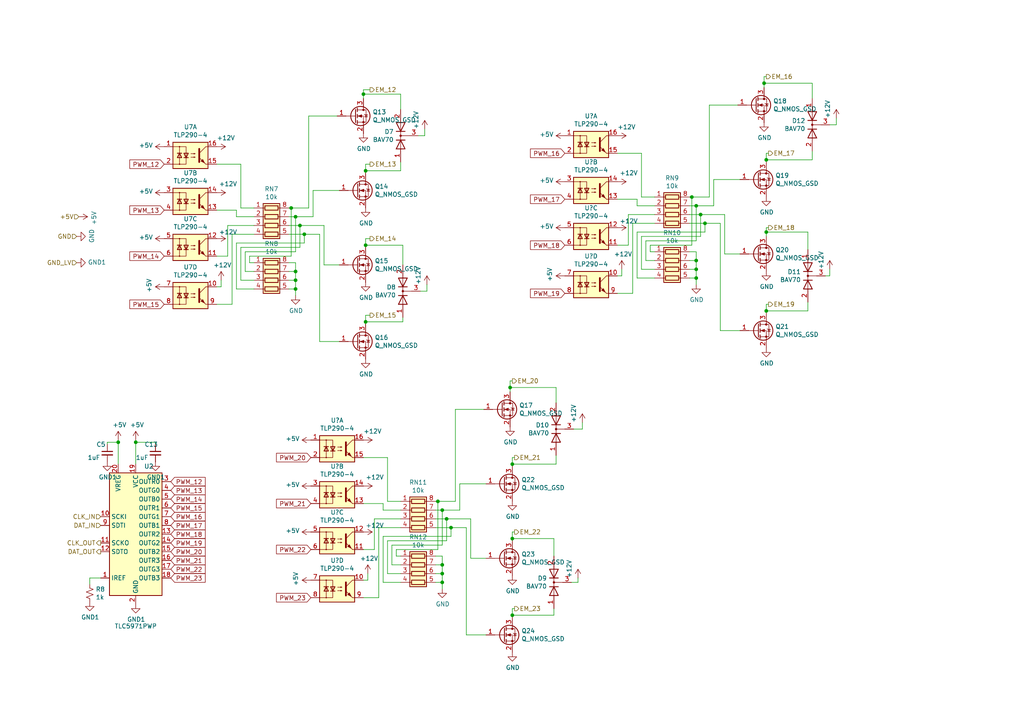
<source format=kicad_sch>
(kicad_sch (version 20230121) (generator eeschema)
  (paper "A4")
  (lib_symbols
    (symbol "Device:C_Small" (pin_numbers hide) (pin_names (offset 0.254) hide)
      (property "Reference" "C" (at 0.254 1.778 0))
      (property "Value" "C_Small" (at 0.254 -2.032 0))
      (symbol "C_Small_1_1"
        (pin passive line (at 0 2.54 270) (length 2.032) (name "~") (number "1"))
        (pin passive line (at 0 -2.54 90) (length 2.032) (name "~") (number "2"))
      )
    )
    (symbol "Device:Q_NMOS_GSD" (pin_names (offset 0) hide)
      (property "Reference" "Q" (at 5.08 1.27 0))
      (property "Value" "Q_NMOS_GSD" (at 5.08 -1.27 0))
      (symbol "Q_NMOS_GSD_1_1"
        (pin input line (at -5.08 0 0) (length 2.54) (name "G") (number "1"))
        (pin passive line (at 2.54 -5.08 90) (length 2.54) (name "S") (number "2"))
        (pin passive line (at 2.54 5.08 270) (length 2.54) (name "D") (number "3"))
      )
    )
    (symbol "Device:R_Pack04" (pin_names (offset 0) hide)
      (property "Reference" "RN" (at -7.62 0 90))
      (property "Value" "R_Pack04" (at 5.08 0 90))
      (symbol "R_Pack04_1_1"
        (pin passive line (at -5.08 -5.08 90) (length 2.54) (name "R1.1") (number "1"))
        (pin passive line (at -2.54 -5.08 90) (length 2.54) (name "R2.1") (number "2"))
        (pin passive line (at 0 -5.08 90) (length 2.54) (name "R3.1") (number "3"))
        (pin passive line (at 2.54 -5.08 90) (length 2.54) (name "R4.1") (number "4"))
        (pin passive line (at 2.54 5.08 270) (length 2.54) (name "R4.2") (number "5"))
        (pin passive line (at 0 5.08 270) (length 2.54) (name "R3.2") (number "6"))
        (pin passive line (at -2.54 5.08 270) (length 2.54) (name "R2.2") (number "7"))
        (pin passive line (at -5.08 5.08 270) (length 2.54) (name "R1.2") (number "8"))
      )
    )
    (symbol "Device:R_Small_US" (pin_numbers hide) (pin_names (offset 0.254) hide)
      (property "Reference" "R" (at 0.762 0.508 0))
      (property "Value" "R_Small_US" (at 0.762 -1.016 0))
      (symbol "R_Small_US_1_1"
        (pin passive line (at 0 2.54 270) (length 1.016) (name "~") (number "1"))
        (pin passive line (at 0 -2.54 90) (length 1.016) (name "~") (number "2"))
      )
    )
    (symbol "Diode:BAV70" (pin_names hide)
      (property "Reference" "D" (at 0.635 -2.54 0))
      (property "Value" "BAV70" (at 0 2.54 0))
      (symbol "BAV70_0_1"
        (pin passive line (at -7.62 0 0) (length 3.81) (name "A") (number "1"))
        (pin passive line (at 7.62 0 180) (length 3.81) (name "A") (number "2"))
        (pin passive line (at 0 -5.08 90) (length 2.54) (name "K") (number "3"))
      )
    )
    (symbol "Driver_LED:TLC5971PWP"
      (property "Reference" "U" (at 1.27 19.05 0))
      (property "Value" "TLC5971PWP" (at 1.27 -19.05 0))
      (symbol "TLC5971PWP_0_1"
        (pin input line (at -10.16 5.08 0) (length 2.54) (name "SCKI") (number "10"))
        (pin open_collector line (at 10.16 0 180) (length 2.54) (name "OUTR2") (number "13"))
        (pin open_collector line (at 10.16 -2.54 180) (length 2.54) (name "OUTG2") (number "14"))
        (pin open_collector line (at 10.16 -5.08 180) (length 2.54) (name "OUTB2") (number "15"))
        (pin open_collector line (at 10.16 -7.62 180) (length 2.54) (name "OUTR3") (number "16"))
        (pin open_collector line (at 10.16 -10.16 180) (length 2.54) (name "OUTG3") (number "17"))
        (pin open_collector line (at 10.16 -12.7 180) (length 2.54) (name "OUTB3") (number "18"))
        (pin power_in line (at 0 20.32 270) (length 2.54) (name "VCC") (number "19"))
        (pin power_in line (at 0 -20.32 90) (length 2.54) (name "GND") (number "2"))
        (pin passive line (at -5.08 20.32 270) (length 2.54) (name "VREG") (number "20"))
        (pin passive line (at 0 -20.32 90) (length 2.54) hide (name "GND") (number "21"))
        (pin open_collector line (at 10.16 15.24 180) (length 2.54) (name "OUTR0") (number "3"))
        (pin open_collector line (at 10.16 12.7 180) (length 2.54) (name "OUTG0") (number "4"))
        (pin open_collector line (at 10.16 10.16 180) (length 2.54) (name "OUTB0") (number "5"))
        (pin open_collector line (at 10.16 7.62 180) (length 2.54) (name "OUTR1") (number "6"))
        (pin open_collector line (at 10.16 5.08 180) (length 2.54) (name "OUTG1") (number "7"))
        (pin open_collector line (at 10.16 2.54 180) (length 2.54) (name "OUTB1") (number "8"))
        (pin input line (at -10.16 2.54 0) (length 2.54) (name "SDTI") (number "9"))
      )
      (symbol "TLC5971PWP_1_1"
        (pin passive line (at -10.16 -12.7 0) (length 2.54) (name "IREF") (number "1"))
        (pin output line (at -10.16 -2.54 0) (length 2.54) (name "SCKO") (number "11"))
        (pin output line (at -10.16 -5.08 0) (length 2.54) (name "SDTO") (number "12"))
      )
    )
    (symbol "Isolator:TLP290-4" (pin_names (offset 1.016))
      (property "Reference" "U" (at -5.08 5.08 0))
      (property "Value" "TLP290-4" (at 0 5.08 0))
      (symbol "TLP290-4_1_1"
        (pin passive line (at -7.62 2.54 0) (length 2.54) (name "~") (number "1"))
        (pin passive line (at 7.62 -2.54 180) (length 2.54) (name "~") (number "15"))
        (pin passive line (at 7.62 2.54 180) (length 2.54) (name "~") (number "16"))
        (pin passive line (at -7.62 -2.54 0) (length 2.54) (name "~") (number "2"))
      )
      (symbol "TLP290-4_2_1"
        (pin passive line (at 7.62 -2.54 180) (length 2.54) (name "~") (number "13"))
        (pin passive line (at 7.62 2.54 180) (length 2.54) (name "~") (number "14"))
        (pin passive line (at -7.62 2.54 0) (length 2.54) (name "~") (number "3"))
        (pin passive line (at -7.62 -2.54 0) (length 2.54) (name "~") (number "4"))
      )
      (symbol "TLP290-4_3_1"
        (pin passive line (at 7.62 -2.54 180) (length 2.54) (name "~") (number "11"))
        (pin passive line (at 7.62 2.54 180) (length 2.54) (name "~") (number "12"))
        (pin passive line (at -7.62 2.54 0) (length 2.54) (name "~") (number "5"))
        (pin passive line (at -7.62 -2.54 0) (length 2.54) (name "~") (number "6"))
      )
      (symbol "TLP290-4_4_1"
        (pin passive line (at 7.62 2.54 180) (length 2.54) (name "~") (number "10"))
        (pin passive line (at -7.62 2.54 0) (length 2.54) (name "~") (number "7"))
        (pin passive line (at -7.62 -2.54 0) (length 2.54) (name "~") (number "8"))
        (pin passive line (at 7.62 -2.54 180) (length 2.54) (name "~") (number "9"))
      )
    )
    (symbol "power:+12V" (power) (pin_names (offset 0))
      (property "Value" "+12V" (at 0 3.556 0))
      (symbol "+12V_1_1"
        (pin power_in line (at 0 0 90) (length 0) hide (name "+12V") (number "1"))
      )
    )
    (symbol "power:+5V" (power) (pin_names (offset 0))
      (property "Value" "+5V" (at 0 3.556 0))
      (symbol "+5V_1_1"
        (pin power_in line (at 0 0 90) (length 0) hide (name "+5V") (number "1"))
      )
    )
    (symbol "power:GND" (power) (pin_names (offset 0))
      (property "Value" "GND" (at 0 -3.81 0))
      (symbol "GND_1_1"
        (pin power_in line (at 0 0 270) (length 0) hide (name "GND") (number "1"))
      )
    )
    (symbol "power:GND1" (power) (pin_names (offset 0))
      (property "Value" "GND1" (at 0 -3.81 0))
      (symbol "GND1_1_1"
        (pin power_in line (at 0 0 270) (length 0) hide (name "GND1") (number "1"))
      )
    )
  )
  (junction (at 128.27 147.955))
  (junction (at 204.47 64.77))
  (junction (at 148.59 178.435))
  (junction (at 84.455 60.325))
  (junction (at 201.93 75.565))
  (junction (at 85.725 78.74))
  (junction (at 129.54 150.495))
  (junction (at 130.81 153.035))
  (junction (at 106.045 71.12))
  (junction (at 34.29 128.27))
  (junction (at 200.66 57.15))
  (junction (at 201.93 59.69))
  (junction (at 203.2 62.23))
  (junction (at 201.93 78.105))
  (junction (at 222.25 46.355))
  (junction (at 106.045 49.53))
  (junction (at 221.615 24.13))
  (junction (at 88.265 67.945))
  (junction (at 222.25 67.31))
  (junction (at 147.955 112.395))
  (junction (at 201.93 80.645))
  (junction (at 148.59 134.62))
  (junction (at 85.725 83.82))
  (junction (at 222.25 90.17))
  (junction (at 128.27 166.37))
  (junction (at 85.725 62.865))
  (junction (at 127 145.415))
  (junction (at 39.37 128.27))
  (junction (at 128.27 163.83))
  (junction (at 86.995 65.405))
  (junction (at 85.725 81.28))
  (junction (at 128.27 168.91))
  (junction (at 148.59 156.21))
  (junction (at 106.045 93.345))
  (junction (at 105.41 27.305))
  (wire (pts (xy 106.045 93.345) (xy 116.84 93.345)))
  (wire (pts (xy 147.955 112.395) (xy 161.29 112.395)))
  (wire (pts (xy 165.735 168.91) (xy 167.64 168.91)))
  (wire (pts (xy 108.585 150.495) (xy 116.205 150.495)))
  (wire (pts (xy 130.81 155.575) (xy 111.125 155.575)))
  (wire (pts (xy 113.665 158.115) (xy 113.665 163.83)))
  (wire (pts (xy 98.425 55.245) (xy 90.805 55.245)))
  (wire (pts (xy 148.59 110.49) (xy 147.955 110.49)))
  (wire (pts (xy 85.725 62.865) (xy 83.82 62.865)))
  (wire (pts (xy 186.055 78.105) (xy 189.865 78.105)))
  (wire (pts (xy 83.82 78.74) (xy 85.725 78.74)))
  (wire (pts (xy 234.315 67.31) (xy 234.315 72.39)))
  (wire (pts (xy 133.35 147.955) (xy 128.27 147.955)))
  (wire (pts (xy 148.59 156.21) (xy 148.59 156.845)))
  (wire (pts (xy 167.64 168.91) (xy 167.64 167.64)))
  (wire (pts (xy 116.205 153.035) (xy 109.855 153.035)))
  (wire (pts (xy 34.29 127.635) (xy 34.29 128.27)))
  (wire (pts (xy 121.285 39.37) (xy 123.19 39.37)))
  (wire (pts (xy 97.79 33.655) (xy 89.535 33.655)))
  (wire (pts (xy 200.025 62.23) (xy 203.2 62.23)))
  (wire (pts (xy 106.045 49.53) (xy 116.205 49.53)))
  (wire (pts (xy 116.205 161.29) (xy 114.935 161.29)))
  (wire (pts (xy 136.525 161.925) (xy 140.97 161.925)))
  (wire (pts (xy 98.425 99.06) (xy 92.71 99.06)))
  (wire (pts (xy 201.93 59.69) (xy 200.025 59.69)))
  (wire (pts (xy 183.515 85.09) (xy 179.07 85.09)))
  (wire (pts (xy 213.995 30.48) (xy 205.74 30.48)))
  (wire (pts (xy 105.41 27.305) (xy 116.205 27.305)))
  (wire (pts (xy 128.27 147.955) (xy 126.365 147.955)))
  (wire (pts (xy 214.63 52.07) (xy 207.01 52.07)))
  (wire (pts (xy 135.255 153.035) (xy 130.81 153.035)))
  (wire (pts (xy 200.025 80.645) (xy 201.93 80.645)))
  (wire (pts (xy 200.66 57.15) (xy 200.025 57.15)))
  (wire (pts (xy 105.41 159.385) (xy 108.585 159.385)))
  (wire (pts (xy 106.045 71.12) (xy 106.045 71.755)))
  (wire (pts (xy 147.955 110.49) (xy 147.955 112.395)))
  (wire (pts (xy 160.655 178.435) (xy 160.655 176.53)))
  (wire (pts (xy 189.865 64.77) (xy 183.515 64.77)))
  (wire (pts (xy 39.37 128.27) (xy 39.37 134.62)))
  (wire (pts (xy 240.665 80.01) (xy 240.665 78.105)))
  (wire (pts (xy 109.855 153.035) (xy 109.855 173.355)))
  (wire (pts (xy 148.59 178.435) (xy 160.655 178.435)))
  (wire (pts (xy 84.455 74.295) (xy 84.455 60.325)))
  (wire (pts (xy 83.82 83.82) (xy 85.725 83.82)))
  (wire (pts (xy 201.93 69.85) (xy 187.325 69.85)))
  (wire (pts (xy 129.54 150.495) (xy 129.54 156.845)))
  (wire (pts (xy 105.41 27.305) (xy 105.41 28.575)))
  (wire (pts (xy 179.07 80.01) (xy 180.34 80.01)))
  (wire (pts (xy 116.205 147.955) (xy 111.125 147.955)))
  (wire (pts (xy 186.055 44.45) (xy 179.07 44.45)))
  (wire (pts (xy 148.59 156.21) (xy 160.655 156.21)))
  (wire (pts (xy 201.93 80.645) (xy 201.93 82.55)))
  (wire (pts (xy 133.35 140.335) (xy 133.35 147.955)))
  (wire (pts (xy 128.27 147.955) (xy 128.27 158.115)))
  (wire (pts (xy 107.315 26.035) (xy 105.41 26.035)))
  (wire (pts (xy 222.25 44.45) (xy 222.25 46.355)))
  (wire (pts (xy 136.525 150.495) (xy 136.525 161.925)))
  (wire (pts (xy 189.865 57.15) (xy 186.055 57.15)))
  (wire (pts (xy 83.82 81.28) (xy 85.725 81.28)))
  (wire (pts (xy 85.725 62.865) (xy 85.725 73.025)))
  (wire (pts (xy 221.615 22.225) (xy 221.615 24.13)))
  (wire (pts (xy 221.615 24.13) (xy 235.585 24.13)))
  (wire (pts (xy 129.54 150.495) (xy 136.525 150.495)))
  (wire (pts (xy 112.395 166.37) (xy 116.205 166.37)))
  (wire (pts (xy 85.725 73.025) (xy 71.12 73.025)))
  (wire (pts (xy 221.615 24.13) (xy 221.615 25.4)))
  (wire (pts (xy 132.08 118.745) (xy 132.08 145.415)))
  (wire (pts (xy 72.39 76.2) (xy 72.39 74.295)))
  (wire (pts (xy 208.915 95.885) (xy 208.915 64.77)))
  (wire (pts (xy 69.85 47.625) (xy 62.865 47.625)))
  (wire (pts (xy 73.66 60.325) (xy 69.85 60.325)))
  (wire (pts (xy 106.045 47.625) (xy 106.045 49.53)))
  (wire (pts (xy 71.12 78.74) (xy 73.66 78.74)))
  (wire (pts (xy 140.97 140.335) (xy 133.35 140.335)))
  (wire (pts (xy 126.365 163.83) (xy 128.27 163.83)))
  (wire (pts (xy 68.58 83.82) (xy 73.66 83.82)))
  (wire (pts (xy 67.31 67.945) (xy 67.31 88.265)))
  (wire (pts (xy 92.71 67.945) (xy 88.265 67.945)))
  (wire (pts (xy 88.265 70.485) (xy 68.58 70.485)))
  (wire (pts (xy 111.125 168.91) (xy 116.205 168.91)))
  (wire (pts (xy 34.29 128.27) (xy 31.115 128.27)))
  (wire (pts (xy 73.66 76.2) (xy 72.39 76.2)))
  (wire (pts (xy 66.04 65.405) (xy 73.66 65.405)))
  (wire (pts (xy 148.59 132.715) (xy 148.59 134.62)))
  (wire (pts (xy 189.865 59.69) (xy 184.785 59.69)))
  (wire (pts (xy 214.63 95.885) (xy 208.915 95.885)))
  (wire (pts (xy 73.66 67.945) (xy 67.31 67.945)))
  (wire (pts (xy 45.085 128.27) (xy 45.085 128.905)))
  (wire (pts (xy 149.225 132.715) (xy 148.59 132.715)))
  (wire (pts (xy 148.59 176.53) (xy 148.59 178.435)))
  (wire (pts (xy 114.935 159.385) (xy 127 159.385)))
  (wire (pts (xy 128.27 166.37) (xy 128.27 168.91)))
  (wire (pts (xy 83.82 76.2) (xy 85.725 76.2)))
  (wire (pts (xy 184.785 59.69) (xy 184.785 57.785)))
  (wire (pts (xy 239.395 80.01) (xy 240.665 80.01)))
  (wire (pts (xy 128.27 158.115) (xy 113.665 158.115)))
  (wire (pts (xy 89.535 33.655) (xy 89.535 60.325)))
  (wire (pts (xy 130.81 153.035) (xy 130.81 155.575)))
  (wire (pts (xy 92.71 99.06) (xy 92.71 67.945)))
  (wire (pts (xy 148.59 178.435) (xy 148.59 179.07)))
  (wire (pts (xy 84.455 60.325) (xy 83.82 60.325)))
  (wire (pts (xy 184.785 57.785) (xy 179.07 57.785)))
  (wire (pts (xy 106.045 91.44) (xy 106.045 93.345)))
  (wire (pts (xy 86.995 65.405) (xy 86.995 71.755)))
  (wire (pts (xy 106.045 93.345) (xy 106.045 93.98)))
  (wire (pts (xy 189.865 73.025) (xy 188.595 73.025)))
  (wire (pts (xy 85.725 78.74) (xy 85.725 81.28)))
  (wire (pts (xy 149.225 154.305) (xy 148.59 154.305)))
  (wire (pts (xy 116.205 145.415) (xy 112.395 145.415)))
  (wire (pts (xy 111.125 155.575) (xy 111.125 168.91)))
  (wire (pts (xy 210.185 73.66) (xy 214.63 73.66)))
  (wire (pts (xy 111.125 146.05) (xy 105.41 146.05)))
  (wire (pts (xy 112.395 145.415) (xy 112.395 132.715)))
  (wire (pts (xy 207.01 52.07) (xy 207.01 59.69)))
  (wire (pts (xy 31.115 128.27) (xy 31.115 128.905)))
  (wire (pts (xy 200.66 71.12) (xy 200.66 57.15)))
  (wire (pts (xy 184.785 67.31) (xy 184.785 80.645)))
  (wire (pts (xy 203.2 62.23) (xy 210.185 62.23)))
  (wire (pts (xy 108.585 159.385) (xy 108.585 150.495)))
  (wire (pts (xy 67.31 88.265) (xy 62.865 88.265)))
  (wire (pts (xy 222.25 67.31) (xy 234.315 67.31)))
  (wire (pts (xy 116.84 71.12) (xy 116.84 76.835)))
  (wire (pts (xy 116.205 27.305) (xy 116.205 31.75)))
  (wire (pts (xy 168.91 124.46) (xy 168.91 122.555)))
  (wire (pts (xy 234.315 90.17) (xy 234.315 87.63)))
  (wire (pts (xy 86.995 65.405) (xy 93.98 65.405)))
  (wire (pts (xy 68.58 62.865) (xy 68.58 60.96)))
  (wire (pts (xy 235.585 24.13) (xy 235.585 28.575)))
  (wire (pts (xy 69.85 71.755) (xy 69.85 81.28)))
  (wire (pts (xy 203.2 68.58) (xy 186.055 68.58)))
  (wire (pts (xy 109.855 173.355) (xy 105.41 173.355)))
  (wire (pts (xy 106.045 71.12) (xy 116.84 71.12)))
  (wire (pts (xy 69.85 60.325) (xy 69.85 47.625)))
  (wire (pts (xy 222.885 44.45) (xy 222.25 44.45)))
  (wire (pts (xy 222.25 90.17) (xy 234.315 90.17)))
  (wire (pts (xy 187.325 75.565) (xy 189.865 75.565)))
  (wire (pts (xy 140.97 184.15) (xy 135.255 184.15)))
  (wire (pts (xy 39.37 128.27) (xy 45.085 128.27)))
  (wire (pts (xy 179.07 71.12) (xy 182.245 71.12)))
  (wire (pts (xy 126.365 168.91) (xy 128.27 168.91)))
  (wire (pts (xy 148.59 134.62) (xy 161.29 134.62)))
  (wire (pts (xy 200.025 73.025) (xy 201.93 73.025)))
  (wire (pts (xy 129.54 156.845) (xy 112.395 156.845)))
  (wire (pts (xy 107.315 69.215) (xy 106.045 69.215)))
  (wire (pts (xy 148.59 134.62) (xy 148.59 135.255)))
  (wire (pts (xy 88.265 67.945) (xy 83.82 67.945)))
  (wire (pts (xy 132.08 145.415) (xy 127 145.415)))
  (wire (pts (xy 68.58 70.485) (xy 68.58 83.82)))
  (wire (pts (xy 148.59 154.305) (xy 148.59 156.21)))
  (wire (pts (xy 240.665 36.195) (xy 242.57 36.195)))
  (wire (pts (xy 205.74 57.15) (xy 200.66 57.15)))
  (wire (pts (xy 222.25 67.31) (xy 222.25 68.58)))
  (wire (pts (xy 93.98 76.835) (xy 98.425 76.835)))
  (wire (pts (xy 127 159.385) (xy 127 145.415)))
  (wire (pts (xy 123.19 39.37) (xy 123.19 37.465)))
  (wire (pts (xy 242.57 36.195) (xy 242.57 34.29)))
  (wire (pts (xy 203.2 62.23) (xy 203.2 68.58)))
  (wire (pts (xy 222.25 88.265) (xy 222.25 90.17)))
  (wire (pts (xy 201.93 75.565) (xy 201.93 78.105)))
  (wire (pts (xy 114.935 161.29) (xy 114.935 159.385)))
  (wire (pts (xy 72.39 74.295) (xy 84.455 74.295)))
  (wire (pts (xy 201.93 78.105) (xy 201.93 80.645)))
  (wire (pts (xy 112.395 132.715) (xy 105.41 132.715)))
  (wire (pts (xy 205.74 30.48) (xy 205.74 57.15)))
  (wire (pts (xy 85.725 83.82) (xy 85.725 85.725)))
  (wire (pts (xy 107.315 91.44) (xy 106.045 91.44)))
  (wire (pts (xy 34.29 128.27) (xy 34.29 134.62)))
  (wire (pts (xy 68.58 60.96) (xy 62.865 60.96)))
  (wire (pts (xy 126.365 166.37) (xy 128.27 166.37)))
  (wire (pts (xy 222.25 22.225) (xy 221.615 22.225)))
  (wire (pts (xy 160.655 156.21) (xy 160.655 161.29)))
  (wire (pts (xy 135.255 184.15) (xy 135.255 153.035)))
  (wire (pts (xy 183.515 64.77) (xy 183.515 85.09)))
  (wire (pts (xy 161.29 112.395) (xy 161.29 116.84)))
  (wire (pts (xy 188.595 71.12) (xy 200.66 71.12)))
  (wire (pts (xy 201.93 73.025) (xy 201.93 75.565)))
  (wire (pts (xy 111.125 147.955) (xy 111.125 146.05)))
  (wire (pts (xy 106.045 49.53) (xy 106.045 50.165)))
  (wire (pts (xy 116.84 93.345) (xy 116.84 92.075)))
  (wire (pts (xy 127 145.415) (xy 126.365 145.415)))
  (wire (pts (xy 128.27 161.29) (xy 128.27 163.83)))
  (wire (pts (xy 89.535 60.325) (xy 84.455 60.325)))
  (wire (pts (xy 128.27 163.83) (xy 128.27 166.37)))
  (wire (pts (xy 180.34 80.01) (xy 180.34 78.105)))
  (wire (pts (xy 207.01 59.69) (xy 201.93 59.69)))
  (wire (pts (xy 188.595 73.025) (xy 188.595 71.12)))
  (wire (pts (xy 186.055 68.58) (xy 186.055 78.105)))
  (wire (pts (xy 90.805 62.865) (xy 85.725 62.865)))
  (wire (pts (xy 166.37 124.46) (xy 168.91 124.46)))
  (wire (pts (xy 62.865 83.185) (xy 64.135 83.185)))
  (wire (pts (xy 201.93 59.69) (xy 201.93 69.85)))
  (wire (pts (xy 184.785 80.645) (xy 189.865 80.645)))
  (wire (pts (xy 204.47 64.77) (xy 200.025 64.77)))
  (wire (pts (xy 222.25 46.355) (xy 222.25 46.99)))
  (wire (pts (xy 222.885 66.04) (xy 222.25 66.04)))
  (wire (pts (xy 187.325 69.85) (xy 187.325 75.565)))
  (wire (pts (xy 130.81 153.035) (xy 126.365 153.035)))
  (wire (pts (xy 126.365 161.29) (xy 128.27 161.29)))
  (wire (pts (xy 90.805 55.245) (xy 90.805 62.865)))
  (wire (pts (xy 69.85 81.28) (xy 73.66 81.28)))
  (wire (pts (xy 71.12 73.025) (xy 71.12 78.74)))
  (wire (pts (xy 147.955 112.395) (xy 147.955 113.665)))
  (wire (pts (xy 182.245 62.23) (xy 189.865 62.23)))
  (wire (pts (xy 123.825 84.455) (xy 123.825 82.55)))
  (wire (pts (xy 88.265 67.945) (xy 88.265 70.485)))
  (wire (pts (xy 204.47 67.31) (xy 184.785 67.31)))
  (wire (pts (xy 222.25 66.04) (xy 222.25 67.31)))
  (wire (pts (xy 105.41 26.035) (xy 105.41 27.305)))
  (wire (pts (xy 93.98 65.405) (xy 93.98 76.835)))
  (wire (pts (xy 208.915 64.77) (xy 204.47 64.77)))
  (wire (pts (xy 64.135 83.185) (xy 64.135 81.28)))
  (wire (pts (xy 200.025 75.565) (xy 201.93 75.565)))
  (wire (pts (xy 85.725 81.28) (xy 85.725 83.82)))
  (wire (pts (xy 106.045 69.215) (xy 106.045 71.12)))
  (wire (pts (xy 222.25 46.355) (xy 235.585 46.355)))
  (wire (pts (xy 121.92 84.455) (xy 123.825 84.455)))
  (wire (pts (xy 85.725 76.2) (xy 85.725 78.74)))
  (wire (pts (xy 222.25 90.17) (xy 222.25 90.805)))
  (wire (pts (xy 66.04 74.295) (xy 66.04 65.405)))
  (wire (pts (xy 200.025 78.105) (xy 201.93 78.105)))
  (wire (pts (xy 73.66 62.865) (xy 68.58 62.865)))
  (wire (pts (xy 39.37 127.635) (xy 39.37 128.27)))
  (wire (pts (xy 62.865 74.295) (xy 66.04 74.295)))
  (wire (pts (xy 140.335 118.745) (xy 132.08 118.745)))
  (wire (pts (xy 182.245 71.12) (xy 182.245 62.23)))
  (wire (pts (xy 149.225 176.53) (xy 148.59 176.53)))
  (wire (pts (xy 26.035 167.64) (xy 26.035 169.545)))
  (wire (pts (xy 128.27 168.91) (xy 128.27 170.815)))
  (wire (pts (xy 222.885 88.265) (xy 222.25 88.265)))
  (wire (pts (xy 106.68 168.275) (xy 106.68 166.37)))
  (wire (pts (xy 86.995 71.755) (xy 69.85 71.755)))
  (wire (pts (xy 210.185 62.23) (xy 210.185 73.66)))
  (wire (pts (xy 113.665 163.83) (xy 116.205 163.83)))
  (wire (pts (xy 204.47 64.77) (xy 204.47 67.31)))
  (wire (pts (xy 186.055 57.15) (xy 186.055 44.45)))
  (wire (pts (xy 83.82 65.405) (xy 86.995 65.405)))
  (wire (pts (xy 126.365 150.495) (xy 129.54 150.495)))
  (wire (pts (xy 105.41 168.275) (xy 106.68 168.275)))
  (wire (pts (xy 161.29 134.62) (xy 161.29 132.08)))
  (wire (pts (xy 29.21 167.64) (xy 26.035 167.64)))
  (wire (pts (xy 112.395 156.845) (xy 112.395 166.37)))
  (wire (pts (xy 107.315 47.625) (xy 106.045 47.625)))
  (wire (pts (xy 235.585 46.355) (xy 235.585 43.815)))
  (wire (pts (xy 116.205 49.53) (xy 116.205 46.99)))
  (global_label "PWM_18" (shape input) (at 163.83 71.12 180) (property "Intersheetrefs" "${INTERSHEET_REFS}" (effects hide)))
  (global_label "PWM_21" (shape input) (at 49.53 162.56 0) (property "Intersheetrefs" "${INTERSHEET_REFS}" (effects hide)))
  (global_label "PWM_18" (shape input) (at 49.53 154.94 0) (property "Intersheetrefs" "${INTERSHEET_REFS}" (effects hide)))
  (global_label "PWM_14" (shape input) (at 49.53 144.78 0) (property "Intersheetrefs" "${INTERSHEET_REFS}" (effects hide)))
  (global_label "PWM_15" (shape input) (at 49.53 147.32 0) (property "Intersheetrefs" "${INTERSHEET_REFS}" (effects hide)))
  (global_label "PWM_16" (shape input) (at 163.83 44.45 180) (property "Intersheetrefs" "${INTERSHEET_REFS}" (effects hide)))
  (global_label "PWM_21" (shape input) (at 90.17 146.05 180) (property "Intersheetrefs" "${INTERSHEET_REFS}" (effects hide)))
  (global_label "PWM_20" (shape input) (at 49.53 160.02 0) (property "Intersheetrefs" "${INTERSHEET_REFS}" (effects hide)))
  (global_label "PWM_15" (shape input) (at 47.625 88.265 180) (property "Intersheetrefs" "${INTERSHEET_REFS}" (effects hide)))
  (global_label "PWM_13" (shape input) (at 47.625 60.96 180) (property "Intersheetrefs" "${INTERSHEET_REFS}" (effects hide)))
  (global_label "PWM_12" (shape input) (at 49.53 139.7 0) (property "Intersheetrefs" "${INTERSHEET_REFS}" (effects hide)))
  (global_label "PWM_22" (shape input) (at 90.17 159.385 180) (property "Intersheetrefs" "${INTERSHEET_REFS}" (effects hide)))
  (global_label "PWM_17" (shape input) (at 163.83 57.785 180) (property "Intersheetrefs" "${INTERSHEET_REFS}" (effects hide)))
  (global_label "PWM_12" (shape input) (at 47.625 47.625 180) (property "Intersheetrefs" "${INTERSHEET_REFS}" (effects hide)))
  (global_label "PWM_23" (shape input) (at 49.53 167.64 0) (property "Intersheetrefs" "${INTERSHEET_REFS}" (effects hide)))
  (global_label "PWM_22" (shape input) (at 49.53 165.1 0) (property "Intersheetrefs" "${INTERSHEET_REFS}" (effects hide)))
  (global_label "PWM_20" (shape input) (at 90.17 132.715 180) (property "Intersheetrefs" "${INTERSHEET_REFS}" (effects hide)))
  (global_label "PWM_19" (shape input) (at 49.53 157.48 0) (property "Intersheetrefs" "${INTERSHEET_REFS}" (effects hide)))
  (global_label "PWM_17" (shape input) (at 49.53 152.4 0) (property "Intersheetrefs" "${INTERSHEET_REFS}" (effects hide)))
  (global_label "PWM_19" (shape input) (at 163.83 85.09 180) (property "Intersheetrefs" "${INTERSHEET_REFS}" (effects hide)))
  (global_label "PWM_16" (shape input) (at 49.53 149.86 0) (property "Intersheetrefs" "${INTERSHEET_REFS}" (effects hide)))
  (global_label "PWM_13" (shape input) (at 49.53 142.24 0) (property "Intersheetrefs" "${INTERSHEET_REFS}" (effects hide)))
  (global_label "PWM_14" (shape input) (at 47.625 74.295 180) (property "Intersheetrefs" "${INTERSHEET_REFS}" (effects hide)))
  (global_label "PWM_23" (shape input) (at 90.17 173.355 180) (property "Intersheetrefs" "${INTERSHEET_REFS}" (effects hide)))
  (hierarchical_label "EM_12" (shape output) (at 107.315 26.035 0))
  (hierarchical_label "EM_14" (shape output) (at 107.315 69.215 0))
  (hierarchical_label "GND" (shape input) (at 22.225 68.58 180))
  (hierarchical_label "EM_16" (shape output) (at 222.25 22.225 0))
  (hierarchical_label "EM_13" (shape output) (at 107.315 47.625 0))
  (hierarchical_label "EM_17" (shape output) (at 222.885 44.45 0))
  (hierarchical_label "CLK_OUT" (shape output) (at 29.21 157.48 180))
  (hierarchical_label "GND_LV" (shape input) (at 22.225 76.2 180))
  (hierarchical_label "DAT_IN" (shape input) (at 29.21 152.4 180))
  (hierarchical_label "EM_19" (shape output) (at 222.885 88.265 0))
  (hierarchical_label "+5V" (shape input) (at 22.86 62.865 180))
  (hierarchical_label "EM_23" (shape output) (at 149.225 176.53 0))
  (hierarchical_label "EM_22" (shape output) (at 149.225 154.305 0))
  (hierarchical_label "EM_21" (shape output) (at 149.225 132.715 0))
  (hierarchical_label "CLK_IN" (shape input) (at 29.21 149.86 180))
  (hierarchical_label "EM_18" (shape output) (at 222.885 66.04 0))
  (hierarchical_label "DAT_OUT" (shape output) (at 29.21 160.02 180))
  (hierarchical_label "EM_20" (shape output) (at 148.59 110.49 0))
  (hierarchical_label "EM_15" (shape output) (at 107.315 91.44 0))
  (symbol (lib_id "Isolator:TLP290-4") (at 55.245 45.085 0) (unit 1)
    (property "Reference" "U7" (at 55.245 36.83 0))
    (property "Value" "TLP290-4" (at 55.245 39.1414 0))
    (property "Footprint" "Housings_SSOP:SOP-16_4.4x10.4mm_Pitch1.27mm" (effects hide))
    (property "Datasheet" "https://toshiba.semicon-storage.com/info/docget.jsp?did=12855&prodName=TLP290-4" (effects hide))
    (property "LCSC" "C115451" (effects hide))
    (instances (project "ElectromagnetController_V5" (path "" (reference "U7") (unit 1)) (path "" (reference "U?") (unit 2)) (path "" (reference "U5") (unit 1))))
  )
  (symbol (lib_id "Isolator:TLP290-4") (at 55.245 58.42 0) (unit 2)
    (property "Reference" "U7" (at 55.245 50.165 0))
    (property "Value" "TLP290-4" (at 55.245 52.4764 0))
    (property "Footprint" "Housings_SSOP:SOP-16_4.4x10.4mm_Pitch1.27mm" (effects hide))
    (property "Datasheet" "https://toshiba.semicon-storage.com/info/docget.jsp?did=12855&prodName=TLP290-4" (effects hide))
    (property "LCSC" "C115451" (effects hide))
    (instances (project "ElectromagnetController_V5" (path "" (reference "U7") (unit 2)) (path "" (reference "U?") (unit 3)) (path "" (reference "U5") (unit 2))))
  )
  (symbol (lib_id "Isolator:TLP290-4") (at 55.245 71.755 0) (unit 3)
    (property "Reference" "U7" (at 55.245 63.5 0))
    (property "Value" "TLP290-4" (at 55.245 65.8114 0))
    (property "Footprint" "Housings_SSOP:SOP-16_4.4x10.4mm_Pitch1.27mm" (effects hide))
    (property "Datasheet" "https://toshiba.semicon-storage.com/info/docget.jsp?did=12855&prodName=TLP290-4" (effects hide))
    (property "LCSC" "C115451" (effects hide))
    (instances (project "ElectromagnetController_V5" (path "" (reference "U7") (unit 3)) (path "" (reference "U?") (unit 4)) (path "" (reference "U5") (unit 3))))
  )
  (symbol (lib_id "power:+5V") (at 47.625 83.185 90) (unit 1)
    (property "Reference" "#PWR039" (effects hide))
    (property "Value" "+5V" (at 43.2308 82.804 0))
    (instances (project "ElectromagnetController_V5" (path "" (reference "#PWR039") (unit 1)) (path "" (reference "#PWR?") (unit 1)) (path "" (reference "#PWR0163") (unit 1))))
  )
  (symbol (lib_id "power:+5V") (at 47.625 55.88 90) (unit 1)
    (property "Reference" "#PWR041" (effects hide))
    (property "Value" "+5V" (at 44.3738 55.499 90) (effects (justify left)))
    (instances (project "ElectromagnetController_V5" (path "" (reference "#PWR041") (unit 1)) (path "" (reference "#PWR?") (unit 1)) (path "" (reference "#PWR0158") (unit 1))))
  )
  (symbol (lib_id "power:+5V") (at 47.625 69.215 90) (unit 1)
    (property "Reference" "#PWR042" (effects hide))
    (property "Value" "+5V" (at 44.3738 68.834 90) (effects (justify left)))
    (instances (project "ElectromagnetController_V5" (path "" (reference "#PWR042") (unit 1)) (path "" (reference "#PWR?") (unit 1)) (path "" (reference "#PWR0157") (unit 1))))
  )
  (symbol (lib_id "Driver_LED:TLC5971PWP") (at 39.37 154.94 0) (unit 1)
    (property "Reference" "U2" (at 43.18 135.255 0))
    (property "Value" "TLC5971PWP" (at 39.37 181.61 0))
    (property "Footprint" "Housings_SSOP:HTSSOP-20-1EP_4.4x6.5mm_Pitch0.65mm_ThermalPad" (effects hide))
    (property "Datasheet" "http://www.ti.com/lit/ds/symlink/tlc5971.pdf" (effects hide))
    (property "LCSC" "C181236" (effects hide))
    (instances (project "ElectromagnetController_V5" (path "" (reference "U2") (unit 1)) (path "" (reference "U?") (unit 1)) (path "" (reference "U6") (unit 1))))
  )
  (symbol (lib_id "power:+5V") (at 90.17 154.305 90) (unit 1)
    (property "Reference" "#PWR?" (effects hide))
    (property "Value" "+5V" (at 86.9188 153.924 90) (effects (justify left)))
    (instances (project "ElectromagnetController_V5" (path "" (reference "#PWR?") (unit 1)) (path "" (reference "#PWR?") (unit 1)) (path "" (reference "#PWR053") (unit 1))))
  )
  (symbol (lib_id "power:+5V") (at 90.17 140.97 90) (unit 1)
    (property "Reference" "#PWR?" (effects hide))
    (property "Value" "+5V" (at 86.9188 140.589 90) (effects (justify left)))
    (instances (project "ElectromagnetController_V5" (path "" (reference "#PWR?") (unit 1)) (path "" (reference "#PWR?") (unit 1)) (path "" (reference "#PWR052") (unit 1))))
  )
  (symbol (lib_id "power:+12V") (at 105.41 154.305 270) (unit 1)
    (property "Reference" "#PWR?" (effects hide))
    (property "Value" "+12V" (at 106.045 152.4 90) (effects (justify left)))
    (instances (project "ElectromagnetController_V5" (path "" (reference "#PWR?") (unit 1)) (path "" (reference "#PWR?") (unit 1)) (path "" (reference "#PWR057") (unit 1))))
  )
  (symbol (lib_id "power:+12V") (at 105.41 140.97 270) (unit 1)
    (property "Reference" "#PWR?" (effects hide))
    (property "Value" "+12V" (at 106.045 138.43 90) (effects (justify left)))
    (instances (project "ElectromagnetController_V5" (path "" (reference "#PWR?") (unit 1)) (path "" (reference "#PWR?") (unit 1)) (path "" (reference "#PWR056") (unit 1))))
  )
  (symbol (lib_id "power:+12V") (at 105.41 127.635 270) (unit 1)
    (property "Reference" "#PWR?" (effects hide))
    (property "Value" "+12V" (at 105.41 125.095 90) (effects (justify left)))
    (instances (project "ElectromagnetController_V5" (path "" (reference "#PWR?") (unit 1)) (path "" (reference "#PWR?") (unit 1)) (path "" (reference "#PWR055") (unit 1))))
  )
  (symbol (lib_id "power:+5V") (at 90.17 127.635 90) (unit 1)
    (property "Reference" "#PWR?" (effects hide))
    (property "Value" "+5V" (at 86.9188 127.254 90) (effects (justify left)))
    (instances (project "ElectromagnetController_V5" (path "" (reference "#PWR?") (unit 1)) (path "" (reference "#PWR?") (unit 1)) (path "" (reference "#PWR037") (unit 1))))
  )
  (symbol (lib_id "power:+5V") (at 90.17 168.275 90) (unit 1)
    (property "Reference" "#PWR?" (effects hide))
    (property "Value" "+5V" (at 85.7758 167.894 0))
    (instances (project "ElectromagnetController_V5" (path "" (reference "#PWR?") (unit 1)) (path "" (reference "#PWR?") (unit 1)) (path "" (reference "#PWR054") (unit 1))))
  )
  (symbol (lib_id "power:+12V") (at 106.68 166.37 0) (unit 1)
    (property "Reference" "#PWR?" (effects hide))
    (property "Value" "+12V" (at 107.061 161.9758 0))
    (instances (project "ElectromagnetController_V5" (path "" (reference "#PWR?") (unit 1)) (path "" (reference "#PWR?") (unit 1)) (path "" (reference "#PWR058") (unit 1))))
  )
  (symbol (lib_id "Isolator:TLP290-4") (at 97.79 156.845 0) (unit 3)
    (property "Reference" "U?" (at 97.79 148.59 0))
    (property "Value" "TLP290-4" (at 97.79 150.9014 0))
    (property "Footprint" "Housings_SSOP:SOP-16_4.4x10.4mm_Pitch1.27mm" (effects hide))
    (property "Datasheet" "https://toshiba.semicon-storage.com/info/docget.jsp?did=12855&prodName=TLP290-4" (effects hide))
    (property "LCSC" "C115451" (effects hide))
    (instances (project "ElectromagnetController_V5" (path "" (reference "U?") (unit 3)) (path "" (reference "U?") (unit 4)) (path "" (reference "U11") (unit 3))))
  )
  (symbol (lib_id "Isolator:TLP290-4") (at 97.79 143.51 0) (unit 2)
    (property "Reference" "U?" (at 97.79 135.255 0))
    (property "Value" "TLP290-4" (at 97.79 137.5664 0))
    (property "Footprint" "Housings_SSOP:SOP-16_4.4x10.4mm_Pitch1.27mm" (effects hide))
    (property "Datasheet" "https://toshiba.semicon-storage.com/info/docget.jsp?did=12855&prodName=TLP290-4" (effects hide))
    (property "LCSC" "C115451" (effects hide))
    (instances (project "ElectromagnetController_V5" (path "" (reference "U?") (unit 2)) (path "" (reference "U?") (unit 3)) (path "" (reference "U11") (unit 2))))
  )
  (symbol (lib_id "Isolator:TLP290-4") (at 97.79 130.175 0) (unit 1)
    (property "Reference" "U?" (at 97.79 121.92 0))
    (property "Value" "TLP290-4" (at 97.79 124.2314 0))
    (property "Footprint" "Housings_SSOP:SOP-16_4.4x10.4mm_Pitch1.27mm" (effects hide))
    (property "Datasheet" "https://toshiba.semicon-storage.com/info/docget.jsp?did=12855&prodName=TLP290-4" (effects hide))
    (property "LCSC" "C115451" (effects hide))
    (instances (project "ElectromagnetController_V5" (path "" (reference "U?") (unit 1)) (path "" (reference "U?") (unit 2)) (path "" (reference "U11") (unit 1))))
  )
  (symbol (lib_id "Isolator:TLP290-4") (at 97.79 170.815 0) (unit 4)
    (property "Reference" "U?" (at 97.79 162.56 0))
    (property "Value" "TLP290-4" (at 97.79 164.8714 0))
    (property "Footprint" "Housings_SSOP:SOP-16_4.4x10.4mm_Pitch1.27mm" (effects hide))
    (property "Datasheet" "https://toshiba.semicon-storage.com/info/docget.jsp?did=12855&prodName=TLP290-4" (effects hide))
    (property "LCSC" "C115451" (effects hide))
    (instances (project "ElectromagnetController_V5" (path "" (reference "U?") (unit 4)) (path "" (reference "U?") (unit 1)) (path "" (reference "U11") (unit 4))))
  )
  (symbol (lib_id "Device:R_Pack04") (at 121.285 166.37 270) (unit 1)
    (property "Reference" "RN12" (at 121.285 155.7782 90))
    (property "Value" "10k" (at 121.285 158.0896 90))
    (property "Footprint" "Resistors_SMD:R_Array_Convex_4x0603" (effects hide))
    (property "LCSC" "C107374" (effects hide))
    (instances (project "ElectromagnetController_V5" (path "" (reference "RN12") (unit 1)) (path "" (reference "RN?") (unit 1))))
  )
  (symbol (lib_id "Device:R_Pack04") (at 121.285 150.495 270) (unit 1)
    (property "Reference" "RN11" (at 121.285 139.9032 90))
    (property "Value" "10k" (at 121.285 142.2146 90))
    (property "Footprint" "Resistors_SMD:R_Array_Convex_4x0603" (effects hide))
    (property "LCSC" "C107374" (effects hide))
    (instances (project "ElectromagnetController_V5" (path "" (reference "RN11") (unit 1)) (path "" (reference "RN?") (unit 1))))
  )
  (symbol (lib_id "power:GND") (at 128.27 170.815 0) (unit 1)
    (property "Reference" "#PWR?" (effects hide))
    (property "Value" "GND" (at 128.397 175.2092 0))
    (instances (project "ElectromagnetController_V5" (path "" (reference "#PWR?") (unit 1)) (path "" (reference "#PWR?") (unit 1)) (path "" (reference "#PWR059") (unit 1))))
  )
  (symbol (lib_id "power:GND") (at 147.955 123.825 0) (unit 1)
    (property "Reference" "#PWR?" (effects hide))
    (property "Value" "GND" (at 148.082 128.2192 0))
    (instances (project "ElectromagnetController_V5" (path "" (reference "#PWR?") (unit 1)) (path "" (reference "#PWR?") (unit 1)) (path "" (reference "#PWR060") (unit 1))))
  )
  (symbol (lib_id "power:GND") (at 148.59 145.415 0) (unit 1)
    (property "Reference" "#PWR?" (effects hide))
    (property "Value" "GND" (at 148.717 149.8092 0))
    (instances (project "ElectromagnetController_V5" (path "" (reference "#PWR?") (unit 1)) (path "" (reference "#PWR?") (unit 1)) (path "" (reference "#PWR061") (unit 1))))
  )
  (symbol (lib_id "power:GND") (at 148.59 167.005 0) (unit 1)
    (property "Reference" "#PWR?" (effects hide))
    (property "Value" "GND" (at 148.717 171.3992 0))
    (instances (project "ElectromagnetController_V5" (path "" (reference "#PWR?") (unit 1)) (path "" (reference "#PWR?") (unit 1)) (path "" (reference "#PWR062") (unit 1))))
  )
  (symbol (lib_id "power:GND") (at 148.59 189.23 0) (unit 1)
    (property "Reference" "#PWR?" (effects hide))
    (property "Value" "GND" (at 148.717 193.6242 0))
    (instances (project "ElectromagnetController_V5" (path "" (reference "#PWR?") (unit 1)) (path "" (reference "#PWR?") (unit 1)) (path "" (reference "#PWR063") (unit 1))))
  )
  (symbol (lib_id "Device:Q_NMOS_GSD") (at 145.415 118.745 0) (unit 1)
    (property "Reference" "Q17" (at 150.5966 117.5766 0) (effects (justify left)))
    (property "Value" "Q_NMOS_GSD" (at 150.5966 119.888 0) (effects (justify left)))
    (property "Footprint" "EzerLonginus:SOT-23" (effects hide))
    (property "LCSC" "C20917" (effects hide))
    (instances (project "ElectromagnetController_V5" (path "" (reference "Q17") (unit 1)) (path "" (reference "Q?") (unit 1))))
  )
  (symbol (lib_id "Device:Q_NMOS_GSD") (at 146.05 140.335 0) (unit 1)
    (property "Reference" "Q22" (at 151.2316 139.1666 0) (effects (justify left)))
    (property "Value" "Q_NMOS_GSD" (at 151.2316 141.478 0) (effects (justify left)))
    (property "Footprint" "EzerLonginus:SOT-23" (effects hide))
    (property "LCSC" "C20917" (effects hide))
    (instances (project "ElectromagnetController_V5" (path "" (reference "Q22") (unit 1)) (path "" (reference "Q?") (unit 1))))
  )
  (symbol (lib_id "Device:Q_NMOS_GSD") (at 146.05 161.925 0) (unit 1)
    (property "Reference" "Q23" (at 151.2316 160.7566 0) (effects (justify left)))
    (property "Value" "Q_NMOS_GSD" (at 151.2316 163.068 0) (effects (justify left)))
    (property "Footprint" "EzerLonginus:SOT-23" (effects hide))
    (property "LCSC" "C20917" (effects hide))
    (instances (project "ElectromagnetController_V5" (path "" (reference "Q23") (unit 1)) (path "" (reference "Q?") (unit 1))))
  )
  (symbol (lib_id "Device:Q_NMOS_GSD") (at 146.05 184.15 0) (unit 1)
    (property "Reference" "Q24" (at 151.2316 182.9816 0) (effects (justify left)))
    (property "Value" "Q_NMOS_GSD" (at 151.2316 185.293 0) (effects (justify left)))
    (property "Footprint" "EzerLonginus:SOT-23" (effects hide))
    (property "LCSC" "C20917" (effects hide))
    (instances (project "ElectromagnetController_V5" (path "" (reference "Q24") (unit 1)) (path "" (reference "Q?") (unit 1))))
  )
  (symbol (lib_id "power:GND") (at 106.045 81.915 0) (unit 1)
    (property "Reference" "#PWR011" (effects hide))
    (property "Value" "GND" (at 106.172 86.3092 0))
    (instances (project "ElectromagnetController_V5" (path "" (reference "#PWR011") (unit 1)) (path "" (reference "#PWR?") (unit 1)) (path "" (reference "#PWR0168") (unit 1))))
  )
  (symbol (lib_id "power:GND") (at 106.045 104.14 0) (unit 1)
    (property "Reference" "#PWR012" (effects hide))
    (property "Value" "GND" (at 106.172 108.5342 0))
    (instances (project "ElectromagnetController_V5" (path "" (reference "#PWR012") (unit 1)) (path "" (reference "#PWR?") (unit 1)) (path "" (reference "#PWR0169") (unit 1))))
  )
  (symbol (lib_id "power:+12V") (at 179.07 52.705 270) (unit 1)
    (property "Reference" "#PWR?" (effects hide))
    (property "Value" "+12V" (at 179.705 50.165 90) (effects (justify left)))
    (instances (project "ElectromagnetController_V5" (path "" (reference "#PWR?") (unit 1)) (path "" (reference "#PWR?") (unit 1)) (path "" (reference "#PWR0173") (unit 1))))
  )
  (symbol (lib_id "power:+5V") (at 163.83 39.37 90) (unit 1)
    (property "Reference" "#PWR?" (effects hide))
    (property "Value" "+5V" (at 160.5788 38.989 90) (effects (justify left)))
    (instances (project "ElectromagnetController_V5" (path "" (reference "#PWR?") (unit 1)) (path "" (reference "#PWR?") (unit 1)) (path "" (reference "#PWR0175") (unit 1))))
  )
  (symbol (lib_id "power:+5V") (at 163.83 80.01 90) (unit 1)
    (property "Reference" "#PWR?" (effects hide))
    (property "Value" "+5V" (at 159.4358 79.629 0))
    (instances (project "ElectromagnetController_V5" (path "" (reference "#PWR?") (unit 1)) (path "" (reference "#PWR?") (unit 1)) (path "" (reference "#PWR0176") (unit 1))))
  )
  (symbol (lib_id "power:+12V") (at 180.34 78.105 0) (unit 1)
    (property "Reference" "#PWR?" (effects hide))
    (property "Value" "+12V" (at 180.721 73.7108 0))
    (instances (project "ElectromagnetController_V5" (path "" (reference "#PWR?") (unit 1)) (path "" (reference "#PWR?") (unit 1)) (path "" (reference "#PWR0177") (unit 1))))
  )
  (symbol (lib_id "Isolator:TLP290-4") (at 171.45 55.245 0) (unit 2)
    (property "Reference" "U?" (at 171.45 46.99 0))
    (property "Value" "TLP290-4" (at 171.45 49.3014 0))
    (property "Footprint" "Housings_SSOP:SOP-16_4.4x10.4mm_Pitch1.27mm" (effects hide))
    (property "Datasheet" "https://toshiba.semicon-storage.com/info/docget.jsp?did=12855&prodName=TLP290-4" (effects hide))
    (property "LCSC" "C115451" (effects hide))
    (instances (project "ElectromagnetController_V5" (path "" (reference "U?") (unit 2)) (path "" (reference "U?") (unit 3)) (path "" (reference "U9") (unit 2))))
  )
  (symbol (lib_id "power:GND") (at 222.25 78.74 0) (unit 1)
    (property "Reference" "#PWR?" (effects hide))
    (property "Value" "GND" (at 222.377 83.1342 0))
    (instances (project "ElectromagnetController_V5" (path "" (reference "#PWR?") (unit 1)) (path "" (reference "#PWR?") (unit 1)) (path "" (reference "#PWR0181") (unit 1))))
  )
  (symbol (lib_id "power:GND") (at 222.25 100.965 0) (unit 1)
    (property "Reference" "#PWR?" (effects hide))
    (property "Value" "GND" (at 222.377 105.3592 0))
    (instances (project "ElectromagnetController_V5" (path "" (reference "#PWR?") (unit 1)) (path "" (reference "#PWR?") (unit 1)) (path "" (reference "#PWR0182") (unit 1))))
  )
  (symbol (lib_id "power:+5V") (at 22.86 62.865 270) (unit 1)
    (property "Reference" "#PWR?" (effects hide))
    (property "Value" "+5V" (at 27.2542 63.246 0))
    (instances (project "ElectromagnetController_V5" (path "" (reference "#PWR?") (unit 1)) (path "" (reference "#PWR?") (unit 1)) (path "" (reference "#PWR0183") (unit 1))))
  )
  (symbol (lib_id "power:GND") (at 22.225 68.58 90) (unit 1)
    (property "Reference" "#PWR?" (effects hide))
    (property "Value" "GND" (at 26.6192 68.453 0))
    (instances (project "ElectromagnetController_V5" (path "" (reference "#PWR?") (unit 1)) (path "" (reference "#PWR?") (unit 1)) (path "" (reference "#PWR0184") (unit 1))))
  )
  (symbol (lib_id "Device:R_Small_US") (at 26.035 172.085 0) (unit 1)
    (property "Reference" "R8" (at 27.7622 170.9166 0) (effects (justify left)))
    (property "Value" "1k" (at 27.7622 173.228 0) (effects (justify left)))
    (property "Footprint" "Resistors_SMD:R_0603_HandSoldering" (effects hide))
    (property "LCSC" "C328340" (effects hide))
    (instances (project "ElectromagnetController_V5" (path "" (reference "R8") (unit 1)) (path "" (reference "R?") (unit 1))))
  )
  (symbol (lib_id "Device:C_Small") (at 45.085 131.445 0) (unit 1)
    (property "Reference" "C13" (at 41.91 128.905 0) (effects (justify left)))
    (property "Value" "1uF" (at 39.37 132.715 0) (effects (justify left)))
    (property "Footprint" "Capacitors_SMD:C_0603_HandSoldering" (effects hide))
    (property "LCSC" "C1592" (effects hide))
    (instances (project "ElectromagnetController_V5" (path "" (reference "C13") (unit 1)) (path "" (reference "C?") (unit 1))))
  )
  (symbol (lib_id "power:GND1") (at 31.115 133.985 0) (unit 1)
    (property "Reference" "#PWR050" (effects hide))
    (property "Value" "GND1" (at 31.242 138.3792 0))
  )
  (symbol (lib_id "power:GND1") (at 45.085 133.985 0) (unit 1)
    (property "Reference" "#PWR051" (effects hide))
    (property "Value" "GND1" (at 45.212 138.3792 0))
  )
  (symbol (lib_id "Device:Q_NMOS_GSD") (at 102.87 33.655 0) (unit 1)
    (property "Reference" "Q13" (at 108.0516 32.4866 0) (effects (justify left)))
    (property "Value" "Q_NMOS_GSD" (at 108.0516 34.798 0) (effects (justify left)))
    (property "Footprint" "EzerLonginus:SOT-23" (effects hide))
    (property "LCSC" "C20917" (effects hide))
    (instances (project "ElectromagnetController_V5" (path "" (reference "Q13") (unit 1)) (path "" (reference "Q?") (unit 1))))
  )
  (symbol (lib_id "Isolator:TLP290-4") (at 55.245 85.725 0) (unit 4)
    (property "Reference" "U7" (at 55.245 77.47 0))
    (property "Value" "TLP290-4" (at 55.245 79.7814 0))
    (property "Footprint" "Housings_SSOP:SOP-16_4.4x10.4mm_Pitch1.27mm" (effects hide))
    (property "Datasheet" "https://toshiba.semicon-storage.com/info/docget.jsp?did=12855&prodName=TLP290-4" (effects hide))
    (property "LCSC" "C115451" (effects hide))
    (instances (project "ElectromagnetController_V5" (path "" (reference "U7") (unit 4)) (path "" (reference "U?") (unit 1)) (path "" (reference "U5") (unit 4))))
  )
  (symbol (lib_id "power:+12V") (at 64.135 81.28 0) (unit 1)
    (property "Reference" "#PWR046" (effects hide))
    (property "Value" "+12V" (at 64.516 76.8858 0))
    (instances (project "ElectromagnetController_V5" (path "" (reference "#PWR046") (unit 1)) (path "" (reference "#PWR?") (unit 1)) (path "" (reference "#PWR0164") (unit 1))))
  )
  (symbol (lib_id "power:+5V") (at 47.625 42.545 90) (unit 1)
    (property "Reference" "#PWR040" (effects hide))
    (property "Value" "+5V" (at 44.3738 42.164 90) (effects (justify left)))
    (instances (project "ElectromagnetController_V5" (path "" (reference "#PWR040") (unit 1)) (path "" (reference "#PWR?") (unit 1)) (path "" (reference "#PWR0162") (unit 1))))
  )
  (symbol (lib_id "power:+12V") (at 62.865 42.545 270) (unit 1)
    (property "Reference" "#PWR043" (effects hide))
    (property "Value" "+12V" (at 62.865 40.005 90) (effects (justify left)))
    (instances (project "ElectromagnetController_V5" (path "" (reference "#PWR043") (unit 1)) (path "" (reference "#PWR?") (unit 1)) (path "" (reference "#PWR0161") (unit 1))))
  )
  (symbol (lib_id "power:+12V") (at 62.865 55.88 270) (unit 1)
    (property "Reference" "#PWR044" (effects hide))
    (property "Value" "+12V" (at 63.5 53.34 90) (effects (justify left)))
    (instances (project "ElectromagnetController_V5" (path "" (reference "#PWR044") (unit 1)) (path "" (reference "#PWR?") (unit 1)) (path "" (reference "#PWR0160") (unit 1))))
  )
  (symbol (lib_id "power:+12V") (at 62.865 69.215 270) (unit 1)
    (property "Reference" "#PWR045" (effects hide))
    (property "Value" "+12V" (at 63.5 67.31 90) (effects (justify left)))
    (instances (project "ElectromagnetController_V5" (path "" (reference "#PWR045") (unit 1)) (path "" (reference "#PWR?") (unit 1)) (path "" (reference "#PWR0159") (unit 1))))
  )
  (symbol (lib_id "power:+5V") (at 39.37 127.635 0) (unit 1)
    (property "Reference" "#PWR06" (effects hide))
    (property "Value" "+5V" (at 39.751 123.2408 0))
    (instances (project "ElectromagnetController_V5" (path "" (reference "#PWR06") (unit 1)) (path "" (reference "#PWR?") (unit 1)) (path "" (reference "#PWR0156") (unit 1))))
  )
  (symbol (lib_id "Device:R_Pack04") (at 78.74 65.405 270) (unit 1)
    (property "Reference" "RN7" (at 78.74 54.8132 90))
    (property "Value" "10k" (at 78.74 57.1246 90))
    (property "Footprint" "Resistors_SMD:R_Array_Convex_4x0603" (effects hide))
    (property "LCSC" "C107374" (effects hide))
    (instances (project "ElectromagnetController_V5" (path "" (reference "RN7") (unit 1)) (path "" (reference "RN1") (unit 1))))
  )
  (symbol (lib_id "Device:R_Pack04") (at 78.74 81.28 270) (unit 1)
    (property "Reference" "RN8" (at 78.74 70.6882 90))
    (property "Value" "10k" (at 78.74 72.9996 90))
    (property "Footprint" "Resistors_SMD:R_Array_Convex_4x0603" (effects hide))
    (property "LCSC" "C107374" (effects hide))
    (instances (project "ElectromagnetController_V5" (path "" (reference "RN8") (unit 1)) (path "" (reference "RN2") (unit 1))))
  )
  (symbol (lib_id "power:GND") (at 85.725 85.725 0) (unit 1)
    (property "Reference" "#PWR08" (effects hide))
    (property "Value" "GND" (at 85.852 90.1192 0))
    (instances (project "ElectromagnetController_V5" (path "" (reference "#PWR08") (unit 1)) (path "" (reference "#PWR?") (unit 1)) (path "" (reference "#PWR0165") (unit 1))))
  )
  (symbol (lib_id "power:GND") (at 105.41 38.735 0) (unit 1)
    (property "Reference" "#PWR09" (effects hide))
    (property "Value" "GND" (at 105.537 43.1292 0))
    (instances (project "ElectromagnetController_V5" (path "" (reference "#PWR09") (unit 1)) (path "" (reference "#PWR?") (unit 1)) (path "" (reference "#PWR0166") (unit 1))))
  )
  (symbol (lib_id "power:GND") (at 106.045 60.325 0) (unit 1)
    (property "Reference" "#PWR010" (effects hide))
    (property "Value" "GND" (at 106.172 64.7192 0))
    (instances (project "ElectromagnetController_V5" (path "" (reference "#PWR010") (unit 1)) (path "" (reference "#PWR?") (unit 1)) (path "" (reference "#PWR0167") (unit 1))))
  )
  (symbol (lib_id "power:+5V") (at 163.83 66.04 90) (unit 1)
    (property "Reference" "#PWR?" (effects hide))
    (property "Value" "+5V" (at 160.5788 65.659 90) (effects (justify left)))
    (instances (project "ElectromagnetController_V5" (path "" (reference "#PWR?") (unit 1)) (path "" (reference "#PWR?") (unit 1)) (path "" (reference "#PWR0170") (unit 1))))
  )
  (symbol (lib_id "power:+5V") (at 163.83 52.705 90) (unit 1)
    (property "Reference" "#PWR?" (effects hide))
    (property "Value" "+5V" (at 160.5788 52.324 90) (effects (justify left)))
    (instances (project "ElectromagnetController_V5" (path "" (reference "#PWR?") (unit 1)) (path "" (reference "#PWR?") (unit 1)) (path "" (reference "#PWR0171") (unit 1))))
  )
  (symbol (lib_id "power:+12V") (at 179.07 66.04 270) (unit 1)
    (property "Reference" "#PWR?" (effects hide))
    (property "Value" "+12V" (at 179.705 64.135 90) (effects (justify left)))
    (instances (project "ElectromagnetController_V5" (path "" (reference "#PWR?") (unit 1)) (path "" (reference "#PWR?") (unit 1)) (path "" (reference "#PWR0172") (unit 1))))
  )
  (symbol (lib_id "power:+12V") (at 179.07 39.37 270) (unit 1)
    (property "Reference" "#PWR?" (effects hide))
    (property "Value" "+12V" (at 179.07 36.83 90) (effects (justify left)))
    (instances (project "ElectromagnetController_V5" (path "" (reference "#PWR?") (unit 1)) (path "" (reference "#PWR?") (unit 1)) (path "" (reference "#PWR0174") (unit 1))))
  )
  (symbol (lib_id "Isolator:TLP290-4") (at 171.45 68.58 0) (unit 3)
    (property "Reference" "U?" (at 171.45 60.325 0))
    (property "Value" "TLP290-4" (at 171.45 62.6364 0))
    (property "Footprint" "Housings_SSOP:SOP-16_4.4x10.4mm_Pitch1.27mm" (effects hide))
    (property "Datasheet" "https://toshiba.semicon-storage.com/info/docget.jsp?did=12855&prodName=TLP290-4" (effects hide))
    (property "LCSC" "C115451" (effects hide))
    (instances (project "ElectromagnetController_V5" (path "" (reference "U?") (unit 3)) (path "" (reference "U?") (unit 4)) (path "" (reference "U9") (unit 3))))
  )
  (symbol (lib_id "Isolator:TLP290-4") (at 171.45 41.91 0) (unit 1)
    (property "Reference" "U?" (at 171.45 33.655 0))
    (property "Value" "TLP290-4" (at 171.45 35.9664 0))
    (property "Footprint" "Housings_SSOP:SOP-16_4.4x10.4mm_Pitch1.27mm" (effects hide))
    (property "Datasheet" "https://toshiba.semicon-storage.com/info/docget.jsp?did=12855&prodName=TLP290-4" (effects hide))
    (property "LCSC" "C115451" (effects hide))
    (instances (project "ElectromagnetController_V5" (path "" (reference "U?") (unit 1)) (path "" (reference "U?") (unit 2)) (path "" (reference "U9") (unit 1))))
  )
  (symbol (lib_id "Isolator:TLP290-4") (at 171.45 82.55 0) (unit 4)
    (property "Reference" "U?" (at 171.45 74.295 0))
    (property "Value" "TLP290-4" (at 171.45 76.6064 0))
    (property "Footprint" "Housings_SSOP:SOP-16_4.4x10.4mm_Pitch1.27mm" (effects hide))
    (property "Datasheet" "https://toshiba.semicon-storage.com/info/docget.jsp?did=12855&prodName=TLP290-4" (effects hide))
    (property "LCSC" "C115451" (effects hide))
    (instances (project "ElectromagnetController_V5" (path "" (reference "U?") (unit 4)) (path "" (reference "U?") (unit 1)) (path "" (reference "U9") (unit 4))))
  )
  (symbol (lib_id "Device:R_Pack04") (at 194.945 78.105 270) (unit 1)
    (property "Reference" "RN10" (at 194.945 67.5132 90))
    (property "Value" "10k" (at 194.945 69.8246 90))
    (property "Footprint" "Resistors_SMD:R_Array_Convex_4x0603" (effects hide))
    (property "LCSC" "C107374" (effects hide))
    (instances (project "ElectromagnetController_V5" (path "" (reference "RN10") (unit 1)) (path "" (reference "RN?") (unit 1))))
  )
  (symbol (lib_id "Device:R_Pack04") (at 194.945 62.23 270) (unit 1)
    (property "Reference" "RN9" (at 194.945 51.6382 90))
    (property "Value" "10k" (at 194.945 53.9496 90))
    (property "Footprint" "Resistors_SMD:R_Array_Convex_4x0603" (effects hide))
    (property "LCSC" "C107374" (effects hide))
    (instances (project "ElectromagnetController_V5" (path "" (reference "RN9") (unit 1)) (path "" (reference "RN?") (unit 1))))
  )
  (symbol (lib_id "power:GND") (at 201.93 82.55 0) (unit 1)
    (property "Reference" "#PWR?" (effects hide))
    (property "Value" "GND" (at 202.057 86.9442 0))
    (instances (project "ElectromagnetController_V5" (path "" (reference "#PWR?") (unit 1)) (path "" (reference "#PWR?") (unit 1)) (path "" (reference "#PWR0178") (unit 1))))
  )
  (symbol (lib_id "power:GND") (at 221.615 35.56 0) (unit 1)
    (property "Reference" "#PWR?" (effects hide))
    (property "Value" "GND" (at 221.742 39.9542 0))
    (instances (project "ElectromagnetController_V5" (path "" (reference "#PWR?") (unit 1)) (path "" (reference "#PWR?") (unit 1)) (path "" (reference "#PWR0179") (unit 1))))
  )
  (symbol (lib_id "power:GND") (at 222.25 57.15 0) (unit 1)
    (property "Reference" "#PWR?" (effects hide))
    (property "Value" "GND" (at 222.377 61.5442 0))
    (instances (project "ElectromagnetController_V5" (path "" (reference "#PWR?") (unit 1)) (path "" (reference "#PWR?") (unit 1)) (path "" (reference "#PWR0180") (unit 1))))
  )
  (symbol (lib_id "Device:C_Small") (at 31.115 131.445 0) (unit 1)
    (property "Reference" "C5" (at 27.94 128.905 0) (effects (justify left)))
    (property "Value" "1uF" (at 25.4 132.715 0) (effects (justify left)))
    (property "Footprint" "Capacitors_SMD:C_0603_HandSoldering" (effects hide))
    (property "LCSC" "C1592" (effects hide))
    (instances (project "ElectromagnetController_V5" (path "" (reference "C5") (unit 1)) (path "" (reference "C?") (unit 1))))
  )
  (symbol (lib_id "power:+5V") (at 34.29 127.635 0) (unit 1)
    (property "Reference" "#PWR?" (effects hide))
    (property "Value" "+5V" (at 34.671 123.2408 0))
    (instances (project "ElectromagnetController_V5" (path "" (reference "#PWR?") (unit 1)) (path "" (reference "#PWR?") (unit 1)) (path "" (reference "#PWR0186") (unit 1))))
  )
  (symbol (lib_id "Device:Q_NMOS_GSD") (at 103.505 55.245 0) (unit 1)
    (property "Reference" "Q14" (at 108.6866 54.0766 0) (effects (justify left)))
    (property "Value" "Q_NMOS_GSD" (at 108.6866 56.388 0) (effects (justify left)))
    (property "Footprint" "EzerLonginus:SOT-23" (effects hide))
    (property "LCSC" "C20917" (effects hide))
    (instances (project "ElectromagnetController_V5" (path "" (reference "Q14") (unit 1)) (path "" (reference "Q?") (unit 1))))
  )
  (symbol (lib_id "Device:Q_NMOS_GSD") (at 103.505 76.835 0) (unit 1)
    (property "Reference" "Q15" (at 108.6866 75.6666 0) (effects (justify left)))
    (property "Value" "Q_NMOS_GSD" (at 108.6866 77.978 0) (effects (justify left)))
    (property "Footprint" "EzerLonginus:SOT-23" (effects hide))
    (property "LCSC" "C20917" (effects hide))
    (instances (project "ElectromagnetController_V5" (path "" (reference "Q15") (unit 1)) (path "" (reference "Q?") (unit 1))))
  )
  (symbol (lib_id "Device:Q_NMOS_GSD") (at 103.505 99.06 0) (unit 1)
    (property "Reference" "Q16" (at 108.6866 97.8916 0) (effects (justify left)))
    (property "Value" "Q_NMOS_GSD" (at 108.6866 100.203 0) (effects (justify left)))
    (property "Footprint" "EzerLonginus:SOT-23" (effects hide))
    (property "LCSC" "C20917" (effects hide))
    (instances (project "ElectromagnetController_V5" (path "" (reference "Q16") (unit 1)) (path "" (reference "Q?") (unit 1))))
  )
  (symbol (lib_id "Device:Q_NMOS_GSD") (at 219.075 30.48 0) (unit 1)
    (property "Reference" "Q18" (at 224.2566 29.3116 0) (effects (justify left)))
    (property "Value" "Q_NMOS_GSD" (at 224.2566 31.623 0) (effects (justify left)))
    (property "Footprint" "EzerLonginus:SOT-23" (effects hide))
    (property "LCSC" "C20917" (effects hide))
    (instances (project "ElectromagnetController_V5" (path "" (reference "Q18") (unit 1)) (path "" (reference "Q?") (unit 1))))
  )
  (symbol (lib_id "Device:Q_NMOS_GSD") (at 219.71 52.07 0) (unit 1)
    (property "Reference" "Q19" (at 224.8916 50.9016 0) (effects (justify left)))
    (property "Value" "Q_NMOS_GSD" (at 224.8916 53.213 0) (effects (justify left)))
    (property "Footprint" "EzerLonginus:SOT-23" (effects hide))
    (property "LCSC" "C20917" (effects hide))
    (instances (project "ElectromagnetController_V5" (path "" (reference "Q19") (unit 1)) (path "" (reference "Q?") (unit 1))))
  )
  (symbol (lib_id "Device:Q_NMOS_GSD") (at 219.71 73.66 0) (unit 1)
    (property "Reference" "Q20" (at 224.8916 72.4916 0) (effects (justify left)))
    (property "Value" "Q_NMOS_GSD" (at 224.8916 74.803 0) (effects (justify left)))
    (property "Footprint" "EzerLonginus:SOT-23" (effects hide))
    (property "LCSC" "C20917" (effects hide))
    (instances (project "ElectromagnetController_V5" (path "" (reference "Q20") (unit 1)) (path "" (reference "Q?") (unit 1))))
  )
  (symbol (lib_id "Device:Q_NMOS_GSD") (at 219.71 95.885 0) (unit 1)
    (property "Reference" "Q21" (at 224.8916 94.7166 0) (effects (justify left)))
    (property "Value" "Q_NMOS_GSD" (at 224.8916 97.028 0) (effects (justify left)))
    (property "Footprint" "EzerLonginus:SOT-23" (effects hide))
    (property "LCSC" "C20917" (effects hide))
    (instances (project "ElectromagnetController_V5" (path "" (reference "Q21") (unit 1)) (path "" (reference "Q?") (unit 1))))
  )
  (symbol (lib_id "Diode:BAV70") (at 116.205 39.37 90) (unit 1)
    (property "Reference" "D7" (at 114.1984 38.2016 90) (effects (justify left)))
    (property "Value" "BAV70" (at 114.1984 40.513 90) (effects (justify left)))
    (property "Footprint" "TO_SOT_Packages_SMD:SOT-23" (effects hide))
    (property "Datasheet" "https://assets.nexperia.com/documents/data-sheet/BAV70_SER.pdf" (effects hide))
    (property "LCSC" "C402233" (effects hide))
    (instances (project "ElectromagnetController_V5" (path "" (reference "D7") (unit 1)) (path "" (reference "D?") (unit 1))))
  )
  (symbol (lib_id "power:GND1") (at 22.225 76.2 90) (unit 1)
    (property "Reference" "#PWR029" (effects hide))
    (property "Value" "GND1" (at 25.4762 76.073 90) (effects (justify right)))
  )
  (symbol (lib_id "power:GND1") (at 39.37 175.26 0) (unit 1)
    (property "Reference" "#PWR031" (effects hide))
    (property "Value" "GND1" (at 39.497 179.6542 0))
  )
  (symbol (lib_id "power:GND1") (at 26.035 174.625 0) (unit 1)
    (property "Reference" "#PWR030" (effects hide))
    (property "Value" "GND1" (at 26.162 179.0192 0))
  )
  (symbol (lib_id "Diode:BAV70") (at 116.84 84.455 90) (unit 1)
    (property "Reference" "D8" (at 114.8334 83.2866 90) (effects (justify left)))
    (property "Value" "BAV70" (at 114.8334 85.598 90) (effects (justify left)))
    (property "Footprint" "TO_SOT_Packages_SMD:SOT-23" (effects hide))
    (property "Datasheet" "https://assets.nexperia.com/documents/data-sheet/BAV70_SER.pdf" (effects hide))
    (property "LCSC" "C402233" (effects hide))
    (instances (project "ElectromagnetController_V5" (path "" (reference "D8") (unit 1)) (path "" (reference "D?") (unit 1))))
  )
  (symbol (lib_id "Diode:BAV70") (at 235.585 36.195 90) (mirror x) (unit 1)
    (property "Reference" "D12" (at 233.5784 35.0266 90) (effects (justify left)))
    (property "Value" "BAV70" (at 233.5784 37.338 90) (effects (justify left)))
    (property "Footprint" "TO_SOT_Packages_SMD:SOT-23" (effects hide))
    (property "Datasheet" "https://assets.nexperia.com/documents/data-sheet/BAV70_SER.pdf" (effects hide))
    (property "LCSC" "C402233" (effects hide))
    (instances (project "ElectromagnetController_V5" (path "" (reference "D12") (unit 1)) (path "" (reference "D?") (unit 1))))
  )
  (symbol (lib_id "Diode:BAV70") (at 234.315 80.01 90) (mirror x) (unit 1)
    (property "Reference" "D11" (at 232.3084 78.8416 90) (effects (justify left)))
    (property "Value" "BAV70" (at 232.3084 81.153 90) (effects (justify left)))
    (property "Footprint" "TO_SOT_Packages_SMD:SOT-23" (effects hide))
    (property "Datasheet" "https://assets.nexperia.com/documents/data-sheet/BAV70_SER.pdf" (effects hide))
    (property "LCSC" "C402233" (effects hide))
    (instances (project "ElectromagnetController_V5" (path "" (reference "D11") (unit 1)) (path "" (reference "D?") (unit 1))))
  )
  (symbol (lib_id "Diode:BAV70") (at 161.29 124.46 90) (unit 1)
    (property "Reference" "D10" (at 159.2834 123.2916 90) (effects (justify left)))
    (property "Value" "BAV70" (at 159.2834 125.603 90) (effects (justify left)))
    (property "Footprint" "TO_SOT_Packages_SMD:SOT-23" (effects hide))
    (property "Datasheet" "https://assets.nexperia.com/documents/data-sheet/BAV70_SER.pdf" (effects hide))
    (property "LCSC" "C402233" (effects hide))
    (instances (project "ElectromagnetController_V5" (path "" (reference "D10") (unit 1)) (path "" (reference "D?") (unit 1))))
  )
  (symbol (lib_id "Diode:BAV70") (at 160.655 168.91 90) (unit 1)
    (property "Reference" "D9" (at 158.6484 167.7416 90) (effects (justify left)))
    (property "Value" "BAV70" (at 158.6484 170.053 90) (effects (justify left)))
    (property "Footprint" "TO_SOT_Packages_SMD:SOT-23" (effects hide))
    (property "Datasheet" "https://assets.nexperia.com/documents/data-sheet/BAV70_SER.pdf" (effects hide))
    (property "LCSC" "C402233" (effects hide))
    (instances (project "ElectromagnetController_V5" (path "" (reference "D9") (unit 1)) (path "" (reference "D?") (unit 1))))
  )
  (symbol (lib_id "power:+12V") (at 123.19 37.465 0) (unit 1)
    (property "Reference" "#PWR?" (effects hide))
    (property "Value" "+12V" (at 120.65 37.465 90) (effects (justify left)))
    (instances (project "ElectromagnetController_V5" (path "" (reference "#PWR?") (unit 1)) (path "" (reference "#PWR?") (unit 1)) (path "" (reference "#PWR070") (unit 1))))
  )
  (symbol (lib_id "power:+12V") (at 123.825 82.55 0) (unit 1)
    (property "Reference" "#PWR?" (effects hide))
    (property "Value" "+12V" (at 121.285 82.55 90) (effects (justify left)))
    (instances (project "ElectromagnetController_V5" (path "" (reference "#PWR?") (unit 1)) (path "" (reference "#PWR?") (unit 1)) (path "" (reference "#PWR071") (unit 1))))
  )
  (symbol (lib_id "power:+12V") (at 242.57 34.29 0) (unit 1)
    (property "Reference" "#PWR?" (effects hide))
    (property "Value" "+12V" (at 240.03 34.29 90) (effects (justify left)))
    (instances (project "ElectromagnetController_V5" (path "" (reference "#PWR?") (unit 1)) (path "" (reference "#PWR?") (unit 1)) (path "" (reference "#PWR075") (unit 1))))
  )
  (symbol (lib_id "power:+12V") (at 240.665 78.105 0) (unit 1)
    (property "Reference" "#PWR?" (effects hide))
    (property "Value" "+12V" (at 238.125 78.105 90) (effects (justify left)))
    (instances (project "ElectromagnetController_V5" (path "" (reference "#PWR?") (unit 1)) (path "" (reference "#PWR?") (unit 1)) (path "" (reference "#PWR074") (unit 1))))
  )
  (symbol (lib_id "power:+12V") (at 168.91 122.555 0) (unit 1)
    (property "Reference" "#PWR?" (effects hide))
    (property "Value" "+12V" (at 166.37 122.555 90) (effects (justify left)))
    (instances (project "ElectromagnetController_V5" (path "" (reference "#PWR?") (unit 1)) (path "" (reference "#PWR?") (unit 1)) (path "" (reference "#PWR073") (unit 1))))
  )
  (symbol (lib_id "power:+12V") (at 167.64 167.64 0) (unit 1)
    (property "Reference" "#PWR?" (effects hide))
    (property "Value" "+12V" (at 165.1 167.64 90) (effects (justify left)))
    (instances (project "ElectromagnetController_V5" (path "" (reference "#PWR?") (unit 1)) (path "" (reference "#PWR?") (unit 1)) (path "" (reference "#PWR072") (unit 1))))
  )
)
</source>
